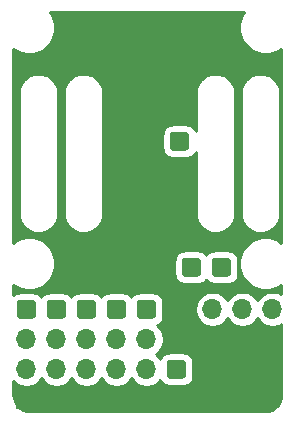
<source format=gbr>
%TF.GenerationSoftware,KiCad,Pcbnew,(5.1.9)-1*%
%TF.CreationDate,2022-05-31T00:02:38+01:00*%
%TF.ProjectId,board,626f6172-642e-46b6-9963-61645f706362,rev?*%
%TF.SameCoordinates,Original*%
%TF.FileFunction,Copper,L2,Bot*%
%TF.FilePolarity,Positive*%
%FSLAX46Y46*%
G04 Gerber Fmt 4.6, Leading zero omitted, Abs format (unit mm)*
G04 Created by KiCad (PCBNEW (5.1.9)-1) date 2022-05-31 00:02:38*
%MOMM*%
%LPD*%
G01*
G04 APERTURE LIST*
%TA.AperFunction,ComponentPad*%
%ADD10O,1.700000X1.700000*%
%TD*%
%TA.AperFunction,ComponentPad*%
%ADD11R,1.700000X1.700000*%
%TD*%
%TA.AperFunction,ViaPad*%
%ADD12C,0.800000*%
%TD*%
%TA.AperFunction,Conductor*%
%ADD13C,0.254000*%
%TD*%
%TA.AperFunction,Conductor*%
%ADD14C,0.100000*%
%TD*%
G04 APERTURE END LIST*
%TO.P,J6,1*%
%TO.N,GND*%
%TA.AperFunction,ComponentPad*%
G36*
G01*
X114516000Y-115104000D02*
X114516000Y-114004000D01*
G75*
G02*
X114766000Y-113754000I250000J0D01*
G01*
X115866000Y-113754000D01*
G75*
G02*
X116116000Y-114004000I0J-250000D01*
G01*
X116116000Y-115104000D01*
G75*
G02*
X115866000Y-115354000I-250000J0D01*
G01*
X114766000Y-115354000D01*
G75*
G02*
X114516000Y-115104000I0J250000D01*
G01*
G37*
%TD.AperFunction*%
%TD*%
%TO.P,J10,1*%
%TO.N,+BATT*%
%TA.AperFunction,ComponentPad*%
G36*
G01*
X114516000Y-112564000D02*
X114516000Y-111464000D01*
G75*
G02*
X114766000Y-111214000I250000J0D01*
G01*
X115866000Y-111214000D01*
G75*
G02*
X116116000Y-111464000I0J-250000D01*
G01*
X116116000Y-112564000D01*
G75*
G02*
X115866000Y-112814000I-250000J0D01*
G01*
X114766000Y-112814000D01*
G75*
G02*
X114516000Y-112564000I0J250000D01*
G01*
G37*
%TD.AperFunction*%
%TD*%
%TO.P,J12,1*%
%TO.N,N/C*%
%TA.AperFunction,ComponentPad*%
G36*
G01*
X115532000Y-123232400D02*
X115532000Y-122131600D01*
G75*
G02*
X115781600Y-121882000I249600J0D01*
G01*
X116882400Y-121882000D01*
G75*
G02*
X117132000Y-122131600I0J-249600D01*
G01*
X117132000Y-123232400D01*
G75*
G02*
X116882400Y-123482000I-249600J0D01*
G01*
X115781600Y-123482000D01*
G75*
G02*
X115532000Y-123232400I0J249600D01*
G01*
G37*
%TD.AperFunction*%
%TD*%
%TO.P,J12,1*%
%TO.N,N/C*%
%TA.AperFunction,ComponentPad*%
G36*
G01*
X118072000Y-123232400D02*
X118072000Y-122131600D01*
G75*
G02*
X118321600Y-121882000I249600J0D01*
G01*
X119422400Y-121882000D01*
G75*
G02*
X119672000Y-122131600I0J-249600D01*
G01*
X119672000Y-123232400D01*
G75*
G02*
X119422400Y-123482000I-249600J0D01*
G01*
X118321600Y-123482000D01*
G75*
G02*
X118072000Y-123232400I0J249600D01*
G01*
G37*
%TD.AperFunction*%
%TD*%
D10*
%TO.P,REF\u002A\u002A,4*%
%TO.N,N/C*%
X123190000Y-126238000D03*
%TO.P,REF\u002A\u002A,3*%
X120650000Y-126238000D03*
%TO.P,REF\u002A\u002A,2*%
%TO.N,+BATT*%
X118110000Y-126238000D03*
D11*
%TO.P,REF\u002A\u002A,1*%
%TO.N,GND*%
X115570000Y-126238000D03*
%TD*%
%TO.P,J13,1*%
%TO.N,Net-(J1-Pad6)*%
%TA.AperFunction,ComponentPad*%
G36*
G01*
X103162000Y-125688000D02*
X103162000Y-126788000D01*
G75*
G02*
X102912000Y-127038000I-250000J0D01*
G01*
X101812000Y-127038000D01*
G75*
G02*
X101562000Y-126788000I0J250000D01*
G01*
X101562000Y-125688000D01*
G75*
G02*
X101812000Y-125438000I250000J0D01*
G01*
X102912000Y-125438000D01*
G75*
G02*
X103162000Y-125688000I0J-250000D01*
G01*
G37*
%TD.AperFunction*%
%TD*%
%TO.P,J12,1*%
%TO.N,Net-(J11-Pad3)*%
%TA.AperFunction,ComponentPad*%
G36*
G01*
X111722000Y-126788000D02*
X111722000Y-125688000D01*
G75*
G02*
X111972000Y-125438000I250000J0D01*
G01*
X113072000Y-125438000D01*
G75*
G02*
X113322000Y-125688000I0J-250000D01*
G01*
X113322000Y-126788000D01*
G75*
G02*
X113072000Y-127038000I-250000J0D01*
G01*
X111972000Y-127038000D01*
G75*
G02*
X111722000Y-126788000I0J250000D01*
G01*
G37*
%TD.AperFunction*%
%TD*%
D10*
%TO.P,J11,3*%
%TO.N,Net-(J11-Pad3)*%
X112522000Y-128778000D03*
%TO.P,J11,2*%
%TO.N,+BATT*%
X112522000Y-131318000D03*
D11*
%TO.P,J11,1*%
%TO.N,GND*%
X112522000Y-133858000D03*
%TD*%
%TO.P,J10,1*%
%TO.N,+BATT*%
%TA.AperFunction,ComponentPad*%
G36*
G01*
X114262000Y-131868000D02*
X114262000Y-130768000D01*
G75*
G02*
X114512000Y-130518000I250000J0D01*
G01*
X115612000Y-130518000D01*
G75*
G02*
X115862000Y-130768000I0J-250000D01*
G01*
X115862000Y-131868000D01*
G75*
G02*
X115612000Y-132118000I-250000J0D01*
G01*
X114512000Y-132118000D01*
G75*
G02*
X114262000Y-131868000I0J250000D01*
G01*
G37*
%TD.AperFunction*%
%TD*%
%TO.P,J9,1*%
%TO.N,Net-(J1-Pad3)*%
%TA.AperFunction,ComponentPad*%
G36*
G01*
X109182000Y-126788000D02*
X109182000Y-125688000D01*
G75*
G02*
X109432000Y-125438000I250000J0D01*
G01*
X110532000Y-125438000D01*
G75*
G02*
X110782000Y-125688000I0J-250000D01*
G01*
X110782000Y-126788000D01*
G75*
G02*
X110532000Y-127038000I-250000J0D01*
G01*
X109432000Y-127038000D01*
G75*
G02*
X109182000Y-126788000I0J250000D01*
G01*
G37*
%TD.AperFunction*%
%TD*%
%TO.P,J8,1*%
%TO.N,Net-(J1-Pad4)*%
%TA.AperFunction,ComponentPad*%
G36*
G01*
X106642000Y-126788000D02*
X106642000Y-125688000D01*
G75*
G02*
X106892000Y-125438000I250000J0D01*
G01*
X107992000Y-125438000D01*
G75*
G02*
X108242000Y-125688000I0J-250000D01*
G01*
X108242000Y-126788000D01*
G75*
G02*
X107992000Y-127038000I-250000J0D01*
G01*
X106892000Y-127038000D01*
G75*
G02*
X106642000Y-126788000I0J250000D01*
G01*
G37*
%TD.AperFunction*%
%TD*%
%TO.P,J7,1*%
%TO.N,Net-(J1-Pad5)*%
%TA.AperFunction,ComponentPad*%
G36*
G01*
X104102000Y-126788000D02*
X104102000Y-125688000D01*
G75*
G02*
X104352000Y-125438000I250000J0D01*
G01*
X105452000Y-125438000D01*
G75*
G02*
X105702000Y-125688000I0J-250000D01*
G01*
X105702000Y-126788000D01*
G75*
G02*
X105452000Y-127038000I-250000J0D01*
G01*
X104352000Y-127038000D01*
G75*
G02*
X104102000Y-126788000I0J250000D01*
G01*
G37*
%TD.AperFunction*%
%TD*%
%TO.P,J6,1*%
%TO.N,GND*%
%TA.AperFunction,ComponentPad*%
G36*
G01*
X114262000Y-134408000D02*
X114262000Y-133308000D01*
G75*
G02*
X114512000Y-133058000I250000J0D01*
G01*
X115612000Y-133058000D01*
G75*
G02*
X115862000Y-133308000I0J-250000D01*
G01*
X115862000Y-134408000D01*
G75*
G02*
X115612000Y-134658000I-250000J0D01*
G01*
X114512000Y-134658000D01*
G75*
G02*
X114262000Y-134408000I0J250000D01*
G01*
G37*
%TD.AperFunction*%
%TD*%
D10*
%TO.P,J5,3*%
%TO.N,Net-(J1-Pad3)*%
X109982000Y-128778000D03*
%TO.P,J5,2*%
%TO.N,+BATT*%
X109982000Y-131318000D03*
D11*
%TO.P,J5,1*%
%TO.N,GND*%
X109982000Y-133858000D03*
%TD*%
D10*
%TO.P,J4,3*%
%TO.N,Net-(J1-Pad4)*%
X107442000Y-128778000D03*
%TO.P,J4,2*%
%TO.N,+BATT*%
X107442000Y-131318000D03*
D11*
%TO.P,J4,1*%
%TO.N,GND*%
X107442000Y-133858000D03*
%TD*%
D10*
%TO.P,J3,3*%
%TO.N,Net-(J1-Pad5)*%
X104902000Y-128778000D03*
%TO.P,J3,2*%
%TO.N,+BATT*%
X104902000Y-131318000D03*
D11*
%TO.P,J3,1*%
%TO.N,GND*%
X104902000Y-133858000D03*
%TD*%
D10*
%TO.P,J2,3*%
%TO.N,Net-(J1-Pad6)*%
X102362000Y-128778000D03*
%TO.P,J2,2*%
%TO.N,+BATT*%
X102362000Y-131318000D03*
D11*
%TO.P,J2,1*%
%TO.N,GND*%
X102362000Y-133858000D03*
%TD*%
D12*
%TO.N,GND*%
X116586000Y-105918000D03*
%TD*%
D13*
%TO.N,GND*%
X120622458Y-101321120D02*
X120454582Y-101726408D01*
X120369000Y-102156660D01*
X120369000Y-102595340D01*
X120454582Y-103025592D01*
X120622458Y-103430880D01*
X120866176Y-103795630D01*
X121176370Y-104105824D01*
X121541120Y-104349542D01*
X121946408Y-104517418D01*
X122376660Y-104603000D01*
X122815340Y-104603000D01*
X123245592Y-104517418D01*
X123650880Y-104349542D01*
X123937145Y-104158266D01*
X123947708Y-120600792D01*
X123650880Y-120402458D01*
X123245592Y-120234582D01*
X122815340Y-120149000D01*
X122376660Y-120149000D01*
X121946408Y-120234582D01*
X121541120Y-120402458D01*
X121176370Y-120646176D01*
X120866176Y-120956370D01*
X120622458Y-121321120D01*
X120454582Y-121726408D01*
X120369000Y-122156660D01*
X120369000Y-122595340D01*
X120454582Y-123025592D01*
X120622458Y-123430880D01*
X120866176Y-123795630D01*
X121176370Y-124105824D01*
X121541120Y-124349542D01*
X121946408Y-124517418D01*
X122376660Y-124603000D01*
X122815340Y-124603000D01*
X123245592Y-124517418D01*
X123650880Y-124349542D01*
X123949988Y-124149685D01*
X123950508Y-124960161D01*
X123893411Y-124922010D01*
X123623158Y-124810068D01*
X123336260Y-124753000D01*
X123043740Y-124753000D01*
X122756842Y-124810068D01*
X122486589Y-124922010D01*
X122243368Y-125084525D01*
X122036525Y-125291368D01*
X121920000Y-125465760D01*
X121803475Y-125291368D01*
X121596632Y-125084525D01*
X121353411Y-124922010D01*
X121083158Y-124810068D01*
X120796260Y-124753000D01*
X120503740Y-124753000D01*
X120216842Y-124810068D01*
X119946589Y-124922010D01*
X119703368Y-125084525D01*
X119496525Y-125291368D01*
X119380000Y-125465760D01*
X119263475Y-125291368D01*
X119056632Y-125084525D01*
X118813411Y-124922010D01*
X118543158Y-124810068D01*
X118256260Y-124753000D01*
X117963740Y-124753000D01*
X117676842Y-124810068D01*
X117406589Y-124922010D01*
X117163368Y-125084525D01*
X116956525Y-125291368D01*
X116794010Y-125534589D01*
X116682068Y-125804842D01*
X116625000Y-126091740D01*
X116625000Y-126384260D01*
X116682068Y-126671158D01*
X116794010Y-126941411D01*
X116956525Y-127184632D01*
X117163368Y-127391475D01*
X117406589Y-127553990D01*
X117676842Y-127665932D01*
X117963740Y-127723000D01*
X118256260Y-127723000D01*
X118543158Y-127665932D01*
X118813411Y-127553990D01*
X119056632Y-127391475D01*
X119263475Y-127184632D01*
X119380000Y-127010240D01*
X119496525Y-127184632D01*
X119703368Y-127391475D01*
X119946589Y-127553990D01*
X120216842Y-127665932D01*
X120503740Y-127723000D01*
X120796260Y-127723000D01*
X121083158Y-127665932D01*
X121353411Y-127553990D01*
X121596632Y-127391475D01*
X121803475Y-127184632D01*
X121920000Y-127010240D01*
X122036525Y-127184632D01*
X122243368Y-127391475D01*
X122486589Y-127553990D01*
X122756842Y-127665932D01*
X123043740Y-127723000D01*
X123336260Y-127723000D01*
X123623158Y-127665932D01*
X123893411Y-127553990D01*
X123952149Y-127514742D01*
X123955979Y-133476932D01*
X123927375Y-133768660D01*
X123851965Y-134018429D01*
X123729477Y-134248794D01*
X123564579Y-134450979D01*
X123363546Y-134617288D01*
X123134046Y-134741378D01*
X122884805Y-134818531D01*
X122594911Y-134849000D01*
X102628279Y-134849000D01*
X102336340Y-134820375D01*
X102086571Y-134744965D01*
X101856206Y-134622477D01*
X101654021Y-134457579D01*
X101487712Y-134256546D01*
X101363622Y-134027046D01*
X101286469Y-133777805D01*
X101256000Y-133487911D01*
X101256000Y-132312107D01*
X101415368Y-132471475D01*
X101658589Y-132633990D01*
X101928842Y-132745932D01*
X102215740Y-132803000D01*
X102508260Y-132803000D01*
X102795158Y-132745932D01*
X103065411Y-132633990D01*
X103308632Y-132471475D01*
X103515475Y-132264632D01*
X103632000Y-132090240D01*
X103748525Y-132264632D01*
X103955368Y-132471475D01*
X104198589Y-132633990D01*
X104468842Y-132745932D01*
X104755740Y-132803000D01*
X105048260Y-132803000D01*
X105335158Y-132745932D01*
X105605411Y-132633990D01*
X105848632Y-132471475D01*
X106055475Y-132264632D01*
X106172000Y-132090240D01*
X106288525Y-132264632D01*
X106495368Y-132471475D01*
X106738589Y-132633990D01*
X107008842Y-132745932D01*
X107295740Y-132803000D01*
X107588260Y-132803000D01*
X107875158Y-132745932D01*
X108145411Y-132633990D01*
X108388632Y-132471475D01*
X108595475Y-132264632D01*
X108712000Y-132090240D01*
X108828525Y-132264632D01*
X109035368Y-132471475D01*
X109278589Y-132633990D01*
X109548842Y-132745932D01*
X109835740Y-132803000D01*
X110128260Y-132803000D01*
X110415158Y-132745932D01*
X110685411Y-132633990D01*
X110928632Y-132471475D01*
X111135475Y-132264632D01*
X111252000Y-132090240D01*
X111368525Y-132264632D01*
X111575368Y-132471475D01*
X111818589Y-132633990D01*
X112088842Y-132745932D01*
X112375740Y-132803000D01*
X112668260Y-132803000D01*
X112955158Y-132745932D01*
X113225411Y-132633990D01*
X113468632Y-132471475D01*
X113675475Y-132264632D01*
X113701255Y-132226049D01*
X113773595Y-132361386D01*
X113884038Y-132495962D01*
X114018614Y-132606405D01*
X114172150Y-132688472D01*
X114338746Y-132739008D01*
X114512000Y-132756072D01*
X115612000Y-132756072D01*
X115785254Y-132739008D01*
X115951850Y-132688472D01*
X116105386Y-132606405D01*
X116239962Y-132495962D01*
X116350405Y-132361386D01*
X116432472Y-132207850D01*
X116483008Y-132041254D01*
X116500072Y-131868000D01*
X116500072Y-130768000D01*
X116483008Y-130594746D01*
X116432472Y-130428150D01*
X116350405Y-130274614D01*
X116239962Y-130140038D01*
X116105386Y-130029595D01*
X115951850Y-129947528D01*
X115785254Y-129896992D01*
X115612000Y-129879928D01*
X114512000Y-129879928D01*
X114338746Y-129896992D01*
X114172150Y-129947528D01*
X114018614Y-130029595D01*
X113884038Y-130140038D01*
X113773595Y-130274614D01*
X113701255Y-130409951D01*
X113675475Y-130371368D01*
X113468632Y-130164525D01*
X113294240Y-130048000D01*
X113468632Y-129931475D01*
X113675475Y-129724632D01*
X113837990Y-129481411D01*
X113949932Y-129211158D01*
X114007000Y-128924260D01*
X114007000Y-128631740D01*
X113949932Y-128344842D01*
X113837990Y-128074589D01*
X113675475Y-127831368D01*
X113468632Y-127624525D01*
X113430049Y-127598745D01*
X113565386Y-127526405D01*
X113699962Y-127415962D01*
X113810405Y-127281386D01*
X113892472Y-127127850D01*
X113943008Y-126961254D01*
X113960072Y-126788000D01*
X113960072Y-125688000D01*
X113943008Y-125514746D01*
X113892472Y-125348150D01*
X113810405Y-125194614D01*
X113699962Y-125060038D01*
X113565386Y-124949595D01*
X113411850Y-124867528D01*
X113245254Y-124816992D01*
X113072000Y-124799928D01*
X111972000Y-124799928D01*
X111798746Y-124816992D01*
X111632150Y-124867528D01*
X111478614Y-124949595D01*
X111344038Y-125060038D01*
X111252000Y-125172187D01*
X111159962Y-125060038D01*
X111025386Y-124949595D01*
X110871850Y-124867528D01*
X110705254Y-124816992D01*
X110532000Y-124799928D01*
X109432000Y-124799928D01*
X109258746Y-124816992D01*
X109092150Y-124867528D01*
X108938614Y-124949595D01*
X108804038Y-125060038D01*
X108712000Y-125172187D01*
X108619962Y-125060038D01*
X108485386Y-124949595D01*
X108331850Y-124867528D01*
X108165254Y-124816992D01*
X107992000Y-124799928D01*
X106892000Y-124799928D01*
X106718746Y-124816992D01*
X106552150Y-124867528D01*
X106398614Y-124949595D01*
X106264038Y-125060038D01*
X106172000Y-125172187D01*
X106079962Y-125060038D01*
X105945386Y-124949595D01*
X105791850Y-124867528D01*
X105625254Y-124816992D01*
X105452000Y-124799928D01*
X104352000Y-124799928D01*
X104178746Y-124816992D01*
X104012150Y-124867528D01*
X103858614Y-124949595D01*
X103724038Y-125060038D01*
X103632000Y-125172187D01*
X103539962Y-125060038D01*
X103405386Y-124949595D01*
X103251850Y-124867528D01*
X103085254Y-124816992D01*
X102912000Y-124799928D01*
X101812000Y-124799928D01*
X101638746Y-124816992D01*
X101472150Y-124867528D01*
X101318614Y-124949595D01*
X101256000Y-125000981D01*
X101256000Y-124159031D01*
X101541120Y-124349542D01*
X101946408Y-124517418D01*
X102376660Y-124603000D01*
X102815340Y-124603000D01*
X103245592Y-124517418D01*
X103650880Y-124349542D01*
X104015630Y-124105824D01*
X104325824Y-123795630D01*
X104569542Y-123430880D01*
X104737418Y-123025592D01*
X104823000Y-122595340D01*
X104823000Y-122156660D01*
X104818016Y-122131600D01*
X114893928Y-122131600D01*
X114893928Y-123232400D01*
X114910984Y-123405576D01*
X114961498Y-123572097D01*
X115043528Y-123725564D01*
X115153921Y-123860079D01*
X115288436Y-123970472D01*
X115441903Y-124052502D01*
X115608424Y-124103016D01*
X115781600Y-124120072D01*
X116882400Y-124120072D01*
X117055576Y-124103016D01*
X117222097Y-124052502D01*
X117375564Y-123970472D01*
X117510079Y-123860079D01*
X117602000Y-123748072D01*
X117693921Y-123860079D01*
X117828436Y-123970472D01*
X117981903Y-124052502D01*
X118148424Y-124103016D01*
X118321600Y-124120072D01*
X119422400Y-124120072D01*
X119595576Y-124103016D01*
X119762097Y-124052502D01*
X119915564Y-123970472D01*
X120050079Y-123860079D01*
X120160472Y-123725564D01*
X120242502Y-123572097D01*
X120293016Y-123405576D01*
X120310072Y-123232400D01*
X120310072Y-122131600D01*
X120293016Y-121958424D01*
X120242502Y-121791903D01*
X120160472Y-121638436D01*
X120050079Y-121503921D01*
X119915564Y-121393528D01*
X119762097Y-121311498D01*
X119595576Y-121260984D01*
X119422400Y-121243928D01*
X118321600Y-121243928D01*
X118148424Y-121260984D01*
X117981903Y-121311498D01*
X117828436Y-121393528D01*
X117693921Y-121503921D01*
X117602000Y-121615928D01*
X117510079Y-121503921D01*
X117375564Y-121393528D01*
X117222097Y-121311498D01*
X117055576Y-121260984D01*
X116882400Y-121243928D01*
X115781600Y-121243928D01*
X115608424Y-121260984D01*
X115441903Y-121311498D01*
X115288436Y-121393528D01*
X115153921Y-121503921D01*
X115043528Y-121638436D01*
X114961498Y-121791903D01*
X114910984Y-121958424D01*
X114893928Y-122131600D01*
X104818016Y-122131600D01*
X104737418Y-121726408D01*
X104569542Y-121321120D01*
X104325824Y-120956370D01*
X104015630Y-120646176D01*
X103650880Y-120402458D01*
X103245592Y-120234582D01*
X102815340Y-120149000D01*
X102376660Y-120149000D01*
X101946408Y-120234582D01*
X101541120Y-120402458D01*
X101256000Y-120592969D01*
X101256000Y-107917582D01*
X101702000Y-107917582D01*
X101702001Y-118142419D01*
X101705249Y-118175397D01*
X101705249Y-118188591D01*
X101706212Y-118197756D01*
X101728315Y-118394808D01*
X101740747Y-118453295D01*
X101752370Y-118511997D01*
X101755096Y-118520800D01*
X101815052Y-118709808D01*
X101838612Y-118764778D01*
X101861414Y-118820099D01*
X101865797Y-118828205D01*
X101961324Y-119001966D01*
X101995130Y-119051338D01*
X102028221Y-119101144D01*
X102034095Y-119108245D01*
X102161552Y-119260142D01*
X102204263Y-119301968D01*
X102246441Y-119344442D01*
X102253583Y-119350266D01*
X102408116Y-119474515D01*
X102458170Y-119507269D01*
X102507765Y-119540722D01*
X102515901Y-119545048D01*
X102691625Y-119636914D01*
X102747078Y-119659318D01*
X102802233Y-119682503D01*
X102811055Y-119685166D01*
X103001276Y-119741151D01*
X103060010Y-119752355D01*
X103118633Y-119764389D01*
X103127805Y-119765288D01*
X103325277Y-119783259D01*
X103385094Y-119782841D01*
X103444911Y-119783259D01*
X103454083Y-119782359D01*
X103651284Y-119761632D01*
X103709834Y-119749613D01*
X103768639Y-119738396D01*
X103777461Y-119735732D01*
X103966882Y-119677097D01*
X104022009Y-119653924D01*
X104077492Y-119631507D01*
X104085629Y-119627181D01*
X104260052Y-119532870D01*
X104309636Y-119499425D01*
X104359699Y-119466665D01*
X104366840Y-119460841D01*
X104519624Y-119334446D01*
X104561744Y-119292031D01*
X104604513Y-119250149D01*
X104610387Y-119243048D01*
X104735711Y-119089386D01*
X104768803Y-119039577D01*
X104802610Y-118990205D01*
X104806993Y-118982098D01*
X104900084Y-118807020D01*
X104922875Y-118751725D01*
X104946446Y-118696730D01*
X104949171Y-118687926D01*
X105006482Y-118498100D01*
X105018098Y-118439434D01*
X105030537Y-118380913D01*
X105031500Y-118371748D01*
X105050850Y-118174407D01*
X105050850Y-118174402D01*
X105054000Y-118142419D01*
X105054000Y-107917582D01*
X105512000Y-107917582D01*
X105512001Y-118142419D01*
X105515249Y-118175397D01*
X105515249Y-118188591D01*
X105516212Y-118197756D01*
X105538315Y-118394808D01*
X105550747Y-118453295D01*
X105562370Y-118511997D01*
X105565096Y-118520800D01*
X105625052Y-118709808D01*
X105648612Y-118764778D01*
X105671414Y-118820099D01*
X105675797Y-118828205D01*
X105771324Y-119001966D01*
X105805130Y-119051338D01*
X105838221Y-119101144D01*
X105844095Y-119108245D01*
X105971552Y-119260142D01*
X106014263Y-119301968D01*
X106056441Y-119344442D01*
X106063583Y-119350266D01*
X106218116Y-119474515D01*
X106268170Y-119507269D01*
X106317765Y-119540722D01*
X106325901Y-119545048D01*
X106501625Y-119636914D01*
X106557078Y-119659318D01*
X106612233Y-119682503D01*
X106621055Y-119685166D01*
X106811276Y-119741151D01*
X106870010Y-119752355D01*
X106928633Y-119764389D01*
X106937805Y-119765288D01*
X107135277Y-119783259D01*
X107195094Y-119782841D01*
X107254911Y-119783259D01*
X107264083Y-119782359D01*
X107461284Y-119761632D01*
X107519834Y-119749613D01*
X107578639Y-119738396D01*
X107587461Y-119735732D01*
X107776882Y-119677097D01*
X107832009Y-119653924D01*
X107887492Y-119631507D01*
X107895629Y-119627181D01*
X108070052Y-119532870D01*
X108119636Y-119499425D01*
X108169699Y-119466665D01*
X108176840Y-119460841D01*
X108329624Y-119334446D01*
X108371744Y-119292031D01*
X108414513Y-119250149D01*
X108420387Y-119243048D01*
X108545711Y-119089386D01*
X108578803Y-119039577D01*
X108612610Y-118990205D01*
X108616993Y-118982098D01*
X108710084Y-118807020D01*
X108732875Y-118751725D01*
X108756446Y-118696730D01*
X108759171Y-118687926D01*
X108816482Y-118498100D01*
X108828098Y-118439434D01*
X108840537Y-118380913D01*
X108841500Y-118371748D01*
X108860850Y-118174407D01*
X108860850Y-118174402D01*
X108864000Y-118142419D01*
X108864000Y-111464000D01*
X113877928Y-111464000D01*
X113877928Y-112564000D01*
X113894992Y-112737254D01*
X113945528Y-112903850D01*
X114027595Y-113057386D01*
X114138038Y-113191962D01*
X114272614Y-113302405D01*
X114426150Y-113384472D01*
X114592746Y-113435008D01*
X114766000Y-113452072D01*
X115866000Y-113452072D01*
X116039254Y-113435008D01*
X116205850Y-113384472D01*
X116359386Y-113302405D01*
X116493962Y-113191962D01*
X116604405Y-113057386D01*
X116686472Y-112903850D01*
X116688000Y-112898811D01*
X116688001Y-118142419D01*
X116691249Y-118175397D01*
X116691249Y-118188591D01*
X116692212Y-118197756D01*
X116714315Y-118394808D01*
X116726747Y-118453295D01*
X116738370Y-118511997D01*
X116741096Y-118520800D01*
X116801052Y-118709808D01*
X116824612Y-118764778D01*
X116847414Y-118820099D01*
X116851797Y-118828205D01*
X116947324Y-119001966D01*
X116981130Y-119051338D01*
X117014221Y-119101144D01*
X117020095Y-119108245D01*
X117147552Y-119260142D01*
X117190263Y-119301968D01*
X117232441Y-119344442D01*
X117239583Y-119350266D01*
X117394116Y-119474515D01*
X117444170Y-119507269D01*
X117493765Y-119540722D01*
X117501901Y-119545048D01*
X117677625Y-119636914D01*
X117733078Y-119659318D01*
X117788233Y-119682503D01*
X117797055Y-119685166D01*
X117987276Y-119741151D01*
X118046010Y-119752355D01*
X118104633Y-119764389D01*
X118113805Y-119765288D01*
X118311277Y-119783259D01*
X118371094Y-119782841D01*
X118430911Y-119783259D01*
X118440083Y-119782359D01*
X118637284Y-119761632D01*
X118695834Y-119749613D01*
X118754639Y-119738396D01*
X118763461Y-119735732D01*
X118952882Y-119677097D01*
X119008009Y-119653924D01*
X119063492Y-119631507D01*
X119071629Y-119627181D01*
X119246052Y-119532870D01*
X119295636Y-119499425D01*
X119345699Y-119466665D01*
X119352840Y-119460841D01*
X119505624Y-119334446D01*
X119547744Y-119292031D01*
X119590513Y-119250149D01*
X119596387Y-119243048D01*
X119721711Y-119089386D01*
X119754803Y-119039577D01*
X119788610Y-118990205D01*
X119792993Y-118982098D01*
X119886084Y-118807020D01*
X119908875Y-118751725D01*
X119932446Y-118696730D01*
X119935171Y-118687926D01*
X119992482Y-118498100D01*
X120004098Y-118439434D01*
X120016537Y-118380913D01*
X120017500Y-118371748D01*
X120036850Y-118174407D01*
X120036850Y-118174402D01*
X120040000Y-118142419D01*
X120040000Y-107917582D01*
X120498000Y-107917582D01*
X120498001Y-118142419D01*
X120501249Y-118175397D01*
X120501249Y-118188591D01*
X120502212Y-118197756D01*
X120524315Y-118394808D01*
X120536747Y-118453295D01*
X120548370Y-118511997D01*
X120551096Y-118520800D01*
X120611052Y-118709808D01*
X120634612Y-118764778D01*
X120657414Y-118820099D01*
X120661797Y-118828205D01*
X120757324Y-119001966D01*
X120791130Y-119051338D01*
X120824221Y-119101144D01*
X120830095Y-119108245D01*
X120957552Y-119260142D01*
X121000263Y-119301968D01*
X121042441Y-119344442D01*
X121049583Y-119350266D01*
X121204116Y-119474515D01*
X121254170Y-119507269D01*
X121303765Y-119540722D01*
X121311901Y-119545048D01*
X121487625Y-119636914D01*
X121543078Y-119659318D01*
X121598233Y-119682503D01*
X121607055Y-119685166D01*
X121797276Y-119741151D01*
X121856010Y-119752355D01*
X121914633Y-119764389D01*
X121923805Y-119765288D01*
X122121277Y-119783259D01*
X122181094Y-119782841D01*
X122240911Y-119783259D01*
X122250083Y-119782359D01*
X122447284Y-119761632D01*
X122505834Y-119749613D01*
X122564639Y-119738396D01*
X122573461Y-119735732D01*
X122762882Y-119677097D01*
X122818009Y-119653924D01*
X122873492Y-119631507D01*
X122881629Y-119627181D01*
X123056052Y-119532870D01*
X123105636Y-119499425D01*
X123155699Y-119466665D01*
X123162840Y-119460841D01*
X123315624Y-119334446D01*
X123357744Y-119292031D01*
X123400513Y-119250149D01*
X123406387Y-119243048D01*
X123531711Y-119089386D01*
X123564803Y-119039577D01*
X123598610Y-118990205D01*
X123602993Y-118982098D01*
X123696084Y-118807020D01*
X123718875Y-118751725D01*
X123742446Y-118696730D01*
X123745171Y-118687926D01*
X123802482Y-118498100D01*
X123814098Y-118439434D01*
X123826537Y-118380913D01*
X123827500Y-118371748D01*
X123846850Y-118174407D01*
X123846850Y-118174402D01*
X123850000Y-118142419D01*
X123850000Y-107917581D01*
X123846751Y-107884593D01*
X123846751Y-107871409D01*
X123845788Y-107862244D01*
X123823685Y-107665192D01*
X123811251Y-107606699D01*
X123799630Y-107548003D01*
X123796904Y-107539200D01*
X123736948Y-107350193D01*
X123713400Y-107295249D01*
X123690586Y-107239900D01*
X123686203Y-107231794D01*
X123590676Y-107058034D01*
X123556892Y-107008695D01*
X123523779Y-106958855D01*
X123517905Y-106951755D01*
X123390448Y-106799857D01*
X123347718Y-106758013D01*
X123305559Y-106715558D01*
X123298417Y-106709734D01*
X123143883Y-106585485D01*
X123093847Y-106552742D01*
X123044235Y-106519278D01*
X123036098Y-106514952D01*
X122860375Y-106423086D01*
X122804936Y-106400688D01*
X122749768Y-106377497D01*
X122740946Y-106374834D01*
X122550724Y-106318849D01*
X122492016Y-106307650D01*
X122433367Y-106295611D01*
X122424195Y-106294712D01*
X122226723Y-106276741D01*
X122166906Y-106277159D01*
X122107088Y-106276741D01*
X122097917Y-106277641D01*
X121900715Y-106298368D01*
X121842151Y-106310390D01*
X121783362Y-106321604D01*
X121774540Y-106324268D01*
X121585118Y-106382903D01*
X121530005Y-106406071D01*
X121474507Y-106428493D01*
X121466371Y-106432820D01*
X121291947Y-106527130D01*
X121242331Y-106560597D01*
X121192301Y-106593335D01*
X121185160Y-106599159D01*
X121032376Y-106725553D01*
X120990237Y-106767988D01*
X120947487Y-106809851D01*
X120941613Y-106816952D01*
X120816289Y-106970614D01*
X120783174Y-107020456D01*
X120749390Y-107069796D01*
X120745007Y-107077902D01*
X120651916Y-107252980D01*
X120629125Y-107308275D01*
X120605554Y-107363270D01*
X120602829Y-107372073D01*
X120545518Y-107561900D01*
X120533900Y-107620580D01*
X120521463Y-107679087D01*
X120520500Y-107688252D01*
X120501150Y-107885594D01*
X120501150Y-107885599D01*
X120498000Y-107917582D01*
X120040000Y-107917582D01*
X120040000Y-107917581D01*
X120036751Y-107884593D01*
X120036751Y-107871409D01*
X120035788Y-107862244D01*
X120013685Y-107665192D01*
X120001251Y-107606699D01*
X119989630Y-107548003D01*
X119986904Y-107539200D01*
X119926948Y-107350193D01*
X119903400Y-107295249D01*
X119880586Y-107239900D01*
X119876203Y-107231794D01*
X119780676Y-107058034D01*
X119746892Y-107008695D01*
X119713779Y-106958855D01*
X119707905Y-106951755D01*
X119580448Y-106799857D01*
X119537718Y-106758013D01*
X119495559Y-106715558D01*
X119488417Y-106709734D01*
X119333883Y-106585485D01*
X119283847Y-106552742D01*
X119234235Y-106519278D01*
X119226098Y-106514952D01*
X119050375Y-106423086D01*
X118994936Y-106400688D01*
X118939768Y-106377497D01*
X118930946Y-106374834D01*
X118740724Y-106318849D01*
X118682016Y-106307650D01*
X118623367Y-106295611D01*
X118614195Y-106294712D01*
X118416723Y-106276741D01*
X118356906Y-106277159D01*
X118297088Y-106276741D01*
X118287917Y-106277641D01*
X118090715Y-106298368D01*
X118032151Y-106310390D01*
X117973362Y-106321604D01*
X117964540Y-106324268D01*
X117775118Y-106382903D01*
X117720005Y-106406071D01*
X117664507Y-106428493D01*
X117656371Y-106432820D01*
X117481947Y-106527130D01*
X117432331Y-106560597D01*
X117382301Y-106593335D01*
X117375160Y-106599159D01*
X117222376Y-106725553D01*
X117180237Y-106767988D01*
X117137487Y-106809851D01*
X117131613Y-106816952D01*
X117006289Y-106970614D01*
X116973174Y-107020456D01*
X116939390Y-107069796D01*
X116935007Y-107077902D01*
X116841916Y-107252980D01*
X116819125Y-107308275D01*
X116795554Y-107363270D01*
X116792829Y-107372073D01*
X116735518Y-107561900D01*
X116723900Y-107620580D01*
X116711463Y-107679087D01*
X116710500Y-107688252D01*
X116691150Y-107885594D01*
X116691150Y-107885599D01*
X116688000Y-107917582D01*
X116688000Y-111129188D01*
X116686472Y-111124150D01*
X116604405Y-110970614D01*
X116493962Y-110836038D01*
X116359386Y-110725595D01*
X116205850Y-110643528D01*
X116039254Y-110592992D01*
X115866000Y-110575928D01*
X114766000Y-110575928D01*
X114592746Y-110592992D01*
X114426150Y-110643528D01*
X114272614Y-110725595D01*
X114138038Y-110836038D01*
X114027595Y-110970614D01*
X113945528Y-111124150D01*
X113894992Y-111290746D01*
X113877928Y-111464000D01*
X108864000Y-111464000D01*
X108864000Y-107917581D01*
X108860751Y-107884593D01*
X108860751Y-107871409D01*
X108859788Y-107862244D01*
X108837685Y-107665192D01*
X108825251Y-107606699D01*
X108813630Y-107548003D01*
X108810904Y-107539200D01*
X108750948Y-107350193D01*
X108727400Y-107295249D01*
X108704586Y-107239900D01*
X108700203Y-107231794D01*
X108604676Y-107058034D01*
X108570892Y-107008695D01*
X108537779Y-106958855D01*
X108531905Y-106951755D01*
X108404448Y-106799857D01*
X108361718Y-106758013D01*
X108319559Y-106715558D01*
X108312417Y-106709734D01*
X108157883Y-106585485D01*
X108107847Y-106552742D01*
X108058235Y-106519278D01*
X108050098Y-106514952D01*
X107874375Y-106423086D01*
X107818936Y-106400688D01*
X107763768Y-106377497D01*
X107754946Y-106374834D01*
X107564724Y-106318849D01*
X107506016Y-106307650D01*
X107447367Y-106295611D01*
X107438195Y-106294712D01*
X107240723Y-106276741D01*
X107180906Y-106277159D01*
X107121088Y-106276741D01*
X107111917Y-106277641D01*
X106914715Y-106298368D01*
X106856151Y-106310390D01*
X106797362Y-106321604D01*
X106788540Y-106324268D01*
X106599118Y-106382903D01*
X106544005Y-106406071D01*
X106488507Y-106428493D01*
X106480371Y-106432820D01*
X106305947Y-106527130D01*
X106256331Y-106560597D01*
X106206301Y-106593335D01*
X106199160Y-106599159D01*
X106046376Y-106725553D01*
X106004237Y-106767988D01*
X105961487Y-106809851D01*
X105955613Y-106816952D01*
X105830289Y-106970614D01*
X105797174Y-107020456D01*
X105763390Y-107069796D01*
X105759007Y-107077902D01*
X105665916Y-107252980D01*
X105643125Y-107308275D01*
X105619554Y-107363270D01*
X105616829Y-107372073D01*
X105559518Y-107561900D01*
X105547900Y-107620580D01*
X105535463Y-107679087D01*
X105534500Y-107688252D01*
X105515150Y-107885594D01*
X105515150Y-107885599D01*
X105512000Y-107917582D01*
X105054000Y-107917582D01*
X105054000Y-107917581D01*
X105050751Y-107884593D01*
X105050751Y-107871409D01*
X105049788Y-107862244D01*
X105027685Y-107665192D01*
X105015251Y-107606699D01*
X105003630Y-107548003D01*
X105000904Y-107539200D01*
X104940948Y-107350193D01*
X104917400Y-107295249D01*
X104894586Y-107239900D01*
X104890203Y-107231794D01*
X104794676Y-107058034D01*
X104760892Y-107008695D01*
X104727779Y-106958855D01*
X104721905Y-106951755D01*
X104594448Y-106799857D01*
X104551718Y-106758013D01*
X104509559Y-106715558D01*
X104502417Y-106709734D01*
X104347883Y-106585485D01*
X104297847Y-106552742D01*
X104248235Y-106519278D01*
X104240098Y-106514952D01*
X104064375Y-106423086D01*
X104008936Y-106400688D01*
X103953768Y-106377497D01*
X103944946Y-106374834D01*
X103754724Y-106318849D01*
X103696016Y-106307650D01*
X103637367Y-106295611D01*
X103628195Y-106294712D01*
X103430723Y-106276741D01*
X103370906Y-106277159D01*
X103311088Y-106276741D01*
X103301917Y-106277641D01*
X103104715Y-106298368D01*
X103046151Y-106310390D01*
X102987362Y-106321604D01*
X102978540Y-106324268D01*
X102789118Y-106382903D01*
X102734005Y-106406071D01*
X102678507Y-106428493D01*
X102670371Y-106432820D01*
X102495947Y-106527130D01*
X102446331Y-106560597D01*
X102396301Y-106593335D01*
X102389160Y-106599159D01*
X102236376Y-106725553D01*
X102194237Y-106767988D01*
X102151487Y-106809851D01*
X102145613Y-106816952D01*
X102020289Y-106970614D01*
X101987174Y-107020456D01*
X101953390Y-107069796D01*
X101949007Y-107077902D01*
X101855916Y-107252980D01*
X101833125Y-107308275D01*
X101809554Y-107363270D01*
X101806829Y-107372073D01*
X101749518Y-107561900D01*
X101737900Y-107620580D01*
X101725463Y-107679087D01*
X101724500Y-107688252D01*
X101705150Y-107885594D01*
X101705150Y-107885599D01*
X101702000Y-107917582D01*
X101256000Y-107917582D01*
X101256000Y-104159031D01*
X101541120Y-104349542D01*
X101946408Y-104517418D01*
X102376660Y-104603000D01*
X102815340Y-104603000D01*
X103245592Y-104517418D01*
X103650880Y-104349542D01*
X104015630Y-104105824D01*
X104325824Y-103795630D01*
X104569542Y-103430880D01*
X104737418Y-103025592D01*
X104823000Y-102595340D01*
X104823000Y-102156660D01*
X104737418Y-101726408D01*
X104569542Y-101321120D01*
X104379031Y-101036000D01*
X120812969Y-101036000D01*
X120622458Y-101321120D01*
%TA.AperFunction,Conductor*%
D14*
G36*
X120622458Y-101321120D02*
G01*
X120454582Y-101726408D01*
X120369000Y-102156660D01*
X120369000Y-102595340D01*
X120454582Y-103025592D01*
X120622458Y-103430880D01*
X120866176Y-103795630D01*
X121176370Y-104105824D01*
X121541120Y-104349542D01*
X121946408Y-104517418D01*
X122376660Y-104603000D01*
X122815340Y-104603000D01*
X123245592Y-104517418D01*
X123650880Y-104349542D01*
X123937145Y-104158266D01*
X123947708Y-120600792D01*
X123650880Y-120402458D01*
X123245592Y-120234582D01*
X122815340Y-120149000D01*
X122376660Y-120149000D01*
X121946408Y-120234582D01*
X121541120Y-120402458D01*
X121176370Y-120646176D01*
X120866176Y-120956370D01*
X120622458Y-121321120D01*
X120454582Y-121726408D01*
X120369000Y-122156660D01*
X120369000Y-122595340D01*
X120454582Y-123025592D01*
X120622458Y-123430880D01*
X120866176Y-123795630D01*
X121176370Y-124105824D01*
X121541120Y-124349542D01*
X121946408Y-124517418D01*
X122376660Y-124603000D01*
X122815340Y-124603000D01*
X123245592Y-124517418D01*
X123650880Y-124349542D01*
X123949988Y-124149685D01*
X123950508Y-124960161D01*
X123893411Y-124922010D01*
X123623158Y-124810068D01*
X123336260Y-124753000D01*
X123043740Y-124753000D01*
X122756842Y-124810068D01*
X122486589Y-124922010D01*
X122243368Y-125084525D01*
X122036525Y-125291368D01*
X121920000Y-125465760D01*
X121803475Y-125291368D01*
X121596632Y-125084525D01*
X121353411Y-124922010D01*
X121083158Y-124810068D01*
X120796260Y-124753000D01*
X120503740Y-124753000D01*
X120216842Y-124810068D01*
X119946589Y-124922010D01*
X119703368Y-125084525D01*
X119496525Y-125291368D01*
X119380000Y-125465760D01*
X119263475Y-125291368D01*
X119056632Y-125084525D01*
X118813411Y-124922010D01*
X118543158Y-124810068D01*
X118256260Y-124753000D01*
X117963740Y-124753000D01*
X117676842Y-124810068D01*
X117406589Y-124922010D01*
X117163368Y-125084525D01*
X116956525Y-125291368D01*
X116794010Y-125534589D01*
X116682068Y-125804842D01*
X116625000Y-126091740D01*
X116625000Y-126384260D01*
X116682068Y-126671158D01*
X116794010Y-126941411D01*
X116956525Y-127184632D01*
X117163368Y-127391475D01*
X117406589Y-127553990D01*
X117676842Y-127665932D01*
X117963740Y-127723000D01*
X118256260Y-127723000D01*
X118543158Y-127665932D01*
X118813411Y-127553990D01*
X119056632Y-127391475D01*
X119263475Y-127184632D01*
X119380000Y-127010240D01*
X119496525Y-127184632D01*
X119703368Y-127391475D01*
X119946589Y-127553990D01*
X120216842Y-127665932D01*
X120503740Y-127723000D01*
X120796260Y-127723000D01*
X121083158Y-127665932D01*
X121353411Y-127553990D01*
X121596632Y-127391475D01*
X121803475Y-127184632D01*
X121920000Y-127010240D01*
X122036525Y-127184632D01*
X122243368Y-127391475D01*
X122486589Y-127553990D01*
X122756842Y-127665932D01*
X123043740Y-127723000D01*
X123336260Y-127723000D01*
X123623158Y-127665932D01*
X123893411Y-127553990D01*
X123952149Y-127514742D01*
X123955979Y-133476932D01*
X123927375Y-133768660D01*
X123851965Y-134018429D01*
X123729477Y-134248794D01*
X123564579Y-134450979D01*
X123363546Y-134617288D01*
X123134046Y-134741378D01*
X122884805Y-134818531D01*
X122594911Y-134849000D01*
X102628279Y-134849000D01*
X102336340Y-134820375D01*
X102086571Y-134744965D01*
X101856206Y-134622477D01*
X101654021Y-134457579D01*
X101487712Y-134256546D01*
X101363622Y-134027046D01*
X101286469Y-133777805D01*
X101256000Y-133487911D01*
X101256000Y-132312107D01*
X101415368Y-132471475D01*
X101658589Y-132633990D01*
X101928842Y-132745932D01*
X102215740Y-132803000D01*
X102508260Y-132803000D01*
X102795158Y-132745932D01*
X103065411Y-132633990D01*
X103308632Y-132471475D01*
X103515475Y-132264632D01*
X103632000Y-132090240D01*
X103748525Y-132264632D01*
X103955368Y-132471475D01*
X104198589Y-132633990D01*
X104468842Y-132745932D01*
X104755740Y-132803000D01*
X105048260Y-132803000D01*
X105335158Y-132745932D01*
X105605411Y-132633990D01*
X105848632Y-132471475D01*
X106055475Y-132264632D01*
X106172000Y-132090240D01*
X106288525Y-132264632D01*
X106495368Y-132471475D01*
X106738589Y-132633990D01*
X107008842Y-132745932D01*
X107295740Y-132803000D01*
X107588260Y-132803000D01*
X107875158Y-132745932D01*
X108145411Y-132633990D01*
X108388632Y-132471475D01*
X108595475Y-132264632D01*
X108712000Y-132090240D01*
X108828525Y-132264632D01*
X109035368Y-132471475D01*
X109278589Y-132633990D01*
X109548842Y-132745932D01*
X109835740Y-132803000D01*
X110128260Y-132803000D01*
X110415158Y-132745932D01*
X110685411Y-132633990D01*
X110928632Y-132471475D01*
X111135475Y-132264632D01*
X111252000Y-132090240D01*
X111368525Y-132264632D01*
X111575368Y-132471475D01*
X111818589Y-132633990D01*
X112088842Y-132745932D01*
X112375740Y-132803000D01*
X112668260Y-132803000D01*
X112955158Y-132745932D01*
X113225411Y-132633990D01*
X113468632Y-132471475D01*
X113675475Y-132264632D01*
X113701255Y-132226049D01*
X113773595Y-132361386D01*
X113884038Y-132495962D01*
X114018614Y-132606405D01*
X114172150Y-132688472D01*
X114338746Y-132739008D01*
X114512000Y-132756072D01*
X115612000Y-132756072D01*
X115785254Y-132739008D01*
X115951850Y-132688472D01*
X116105386Y-132606405D01*
X116239962Y-132495962D01*
X116350405Y-132361386D01*
X116432472Y-132207850D01*
X116483008Y-132041254D01*
X116500072Y-131868000D01*
X116500072Y-130768000D01*
X116483008Y-130594746D01*
X116432472Y-130428150D01*
X116350405Y-130274614D01*
X116239962Y-130140038D01*
X116105386Y-130029595D01*
X115951850Y-129947528D01*
X115785254Y-129896992D01*
X115612000Y-129879928D01*
X114512000Y-129879928D01*
X114338746Y-129896992D01*
X114172150Y-129947528D01*
X114018614Y-130029595D01*
X113884038Y-130140038D01*
X113773595Y-130274614D01*
X113701255Y-130409951D01*
X113675475Y-130371368D01*
X113468632Y-130164525D01*
X113294240Y-130048000D01*
X113468632Y-129931475D01*
X113675475Y-129724632D01*
X113837990Y-129481411D01*
X113949932Y-129211158D01*
X114007000Y-128924260D01*
X114007000Y-128631740D01*
X113949932Y-128344842D01*
X113837990Y-128074589D01*
X113675475Y-127831368D01*
X113468632Y-127624525D01*
X113430049Y-127598745D01*
X113565386Y-127526405D01*
X113699962Y-127415962D01*
X113810405Y-127281386D01*
X113892472Y-127127850D01*
X113943008Y-126961254D01*
X113960072Y-126788000D01*
X113960072Y-125688000D01*
X113943008Y-125514746D01*
X113892472Y-125348150D01*
X113810405Y-125194614D01*
X113699962Y-125060038D01*
X113565386Y-124949595D01*
X113411850Y-124867528D01*
X113245254Y-124816992D01*
X113072000Y-124799928D01*
X111972000Y-124799928D01*
X111798746Y-124816992D01*
X111632150Y-124867528D01*
X111478614Y-124949595D01*
X111344038Y-125060038D01*
X111252000Y-125172187D01*
X111159962Y-125060038D01*
X111025386Y-124949595D01*
X110871850Y-124867528D01*
X110705254Y-124816992D01*
X110532000Y-124799928D01*
X109432000Y-124799928D01*
X109258746Y-124816992D01*
X109092150Y-124867528D01*
X108938614Y-124949595D01*
X108804038Y-125060038D01*
X108712000Y-125172187D01*
X108619962Y-125060038D01*
X108485386Y-124949595D01*
X108331850Y-124867528D01*
X108165254Y-124816992D01*
X107992000Y-124799928D01*
X106892000Y-124799928D01*
X106718746Y-124816992D01*
X106552150Y-124867528D01*
X106398614Y-124949595D01*
X106264038Y-125060038D01*
X106172000Y-125172187D01*
X106079962Y-125060038D01*
X105945386Y-124949595D01*
X105791850Y-124867528D01*
X105625254Y-124816992D01*
X105452000Y-124799928D01*
X104352000Y-124799928D01*
X104178746Y-124816992D01*
X104012150Y-124867528D01*
X103858614Y-124949595D01*
X103724038Y-125060038D01*
X103632000Y-125172187D01*
X103539962Y-125060038D01*
X103405386Y-124949595D01*
X103251850Y-124867528D01*
X103085254Y-124816992D01*
X102912000Y-124799928D01*
X101812000Y-124799928D01*
X101638746Y-124816992D01*
X101472150Y-124867528D01*
X101318614Y-124949595D01*
X101256000Y-125000981D01*
X101256000Y-124159031D01*
X101541120Y-124349542D01*
X101946408Y-124517418D01*
X102376660Y-124603000D01*
X102815340Y-124603000D01*
X103245592Y-124517418D01*
X103650880Y-124349542D01*
X104015630Y-124105824D01*
X104325824Y-123795630D01*
X104569542Y-123430880D01*
X104737418Y-123025592D01*
X104823000Y-122595340D01*
X104823000Y-122156660D01*
X104818016Y-122131600D01*
X114893928Y-122131600D01*
X114893928Y-123232400D01*
X114910984Y-123405576D01*
X114961498Y-123572097D01*
X115043528Y-123725564D01*
X115153921Y-123860079D01*
X115288436Y-123970472D01*
X115441903Y-124052502D01*
X115608424Y-124103016D01*
X115781600Y-124120072D01*
X116882400Y-124120072D01*
X117055576Y-124103016D01*
X117222097Y-124052502D01*
X117375564Y-123970472D01*
X117510079Y-123860079D01*
X117602000Y-123748072D01*
X117693921Y-123860079D01*
X117828436Y-123970472D01*
X117981903Y-124052502D01*
X118148424Y-124103016D01*
X118321600Y-124120072D01*
X119422400Y-124120072D01*
X119595576Y-124103016D01*
X119762097Y-124052502D01*
X119915564Y-123970472D01*
X120050079Y-123860079D01*
X120160472Y-123725564D01*
X120242502Y-123572097D01*
X120293016Y-123405576D01*
X120310072Y-123232400D01*
X120310072Y-122131600D01*
X120293016Y-121958424D01*
X120242502Y-121791903D01*
X120160472Y-121638436D01*
X120050079Y-121503921D01*
X119915564Y-121393528D01*
X119762097Y-121311498D01*
X119595576Y-121260984D01*
X119422400Y-121243928D01*
X118321600Y-121243928D01*
X118148424Y-121260984D01*
X117981903Y-121311498D01*
X117828436Y-121393528D01*
X117693921Y-121503921D01*
X117602000Y-121615928D01*
X117510079Y-121503921D01*
X117375564Y-121393528D01*
X117222097Y-121311498D01*
X117055576Y-121260984D01*
X116882400Y-121243928D01*
X115781600Y-121243928D01*
X115608424Y-121260984D01*
X115441903Y-121311498D01*
X115288436Y-121393528D01*
X115153921Y-121503921D01*
X115043528Y-121638436D01*
X114961498Y-121791903D01*
X114910984Y-121958424D01*
X114893928Y-122131600D01*
X104818016Y-122131600D01*
X104737418Y-121726408D01*
X104569542Y-121321120D01*
X104325824Y-120956370D01*
X104015630Y-120646176D01*
X103650880Y-120402458D01*
X103245592Y-120234582D01*
X102815340Y-120149000D01*
X102376660Y-120149000D01*
X101946408Y-120234582D01*
X101541120Y-120402458D01*
X101256000Y-120592969D01*
X101256000Y-107917582D01*
X101702000Y-107917582D01*
X101702001Y-118142419D01*
X101705249Y-118175397D01*
X101705249Y-118188591D01*
X101706212Y-118197756D01*
X101728315Y-118394808D01*
X101740747Y-118453295D01*
X101752370Y-118511997D01*
X101755096Y-118520800D01*
X101815052Y-118709808D01*
X101838612Y-118764778D01*
X101861414Y-118820099D01*
X101865797Y-118828205D01*
X101961324Y-119001966D01*
X101995130Y-119051338D01*
X102028221Y-119101144D01*
X102034095Y-119108245D01*
X102161552Y-119260142D01*
X102204263Y-119301968D01*
X102246441Y-119344442D01*
X102253583Y-119350266D01*
X102408116Y-119474515D01*
X102458170Y-119507269D01*
X102507765Y-119540722D01*
X102515901Y-119545048D01*
X102691625Y-119636914D01*
X102747078Y-119659318D01*
X102802233Y-119682503D01*
X102811055Y-119685166D01*
X103001276Y-119741151D01*
X103060010Y-119752355D01*
X103118633Y-119764389D01*
X103127805Y-119765288D01*
X103325277Y-119783259D01*
X103385094Y-119782841D01*
X103444911Y-119783259D01*
X103454083Y-119782359D01*
X103651284Y-119761632D01*
X103709834Y-119749613D01*
X103768639Y-119738396D01*
X103777461Y-119735732D01*
X103966882Y-119677097D01*
X104022009Y-119653924D01*
X104077492Y-119631507D01*
X104085629Y-119627181D01*
X104260052Y-119532870D01*
X104309636Y-119499425D01*
X104359699Y-119466665D01*
X104366840Y-119460841D01*
X104519624Y-119334446D01*
X104561744Y-119292031D01*
X104604513Y-119250149D01*
X104610387Y-119243048D01*
X104735711Y-119089386D01*
X104768803Y-119039577D01*
X104802610Y-118990205D01*
X104806993Y-118982098D01*
X104900084Y-118807020D01*
X104922875Y-118751725D01*
X104946446Y-118696730D01*
X104949171Y-118687926D01*
X105006482Y-118498100D01*
X105018098Y-118439434D01*
X105030537Y-118380913D01*
X105031500Y-118371748D01*
X105050850Y-118174407D01*
X105050850Y-118174402D01*
X105054000Y-118142419D01*
X105054000Y-107917582D01*
X105512000Y-107917582D01*
X105512001Y-118142419D01*
X105515249Y-118175397D01*
X105515249Y-118188591D01*
X105516212Y-118197756D01*
X105538315Y-118394808D01*
X105550747Y-118453295D01*
X105562370Y-118511997D01*
X105565096Y-118520800D01*
X105625052Y-118709808D01*
X105648612Y-118764778D01*
X105671414Y-118820099D01*
X105675797Y-118828205D01*
X105771324Y-119001966D01*
X105805130Y-119051338D01*
X105838221Y-119101144D01*
X105844095Y-119108245D01*
X105971552Y-119260142D01*
X106014263Y-119301968D01*
X106056441Y-119344442D01*
X106063583Y-119350266D01*
X106218116Y-119474515D01*
X106268170Y-119507269D01*
X106317765Y-119540722D01*
X106325901Y-119545048D01*
X106501625Y-119636914D01*
X106557078Y-119659318D01*
X106612233Y-119682503D01*
X106621055Y-119685166D01*
X106811276Y-119741151D01*
X106870010Y-119752355D01*
X106928633Y-119764389D01*
X106937805Y-119765288D01*
X107135277Y-119783259D01*
X107195094Y-119782841D01*
X107254911Y-119783259D01*
X107264083Y-119782359D01*
X107461284Y-119761632D01*
X107519834Y-119749613D01*
X107578639Y-119738396D01*
X107587461Y-119735732D01*
X107776882Y-119677097D01*
X107832009Y-119653924D01*
X107887492Y-119631507D01*
X107895629Y-119627181D01*
X108070052Y-119532870D01*
X108119636Y-119499425D01*
X108169699Y-119466665D01*
X108176840Y-119460841D01*
X108329624Y-119334446D01*
X108371744Y-119292031D01*
X108414513Y-119250149D01*
X108420387Y-119243048D01*
X108545711Y-119089386D01*
X108578803Y-119039577D01*
X108612610Y-118990205D01*
X108616993Y-118982098D01*
X108710084Y-118807020D01*
X108732875Y-118751725D01*
X108756446Y-118696730D01*
X108759171Y-118687926D01*
X108816482Y-118498100D01*
X108828098Y-118439434D01*
X108840537Y-118380913D01*
X108841500Y-118371748D01*
X108860850Y-118174407D01*
X108860850Y-118174402D01*
X108864000Y-118142419D01*
X108864000Y-111464000D01*
X113877928Y-111464000D01*
X113877928Y-112564000D01*
X113894992Y-112737254D01*
X113945528Y-112903850D01*
X114027595Y-113057386D01*
X114138038Y-113191962D01*
X114272614Y-113302405D01*
X114426150Y-113384472D01*
X114592746Y-113435008D01*
X114766000Y-113452072D01*
X115866000Y-113452072D01*
X116039254Y-113435008D01*
X116205850Y-113384472D01*
X116359386Y-113302405D01*
X116493962Y-113191962D01*
X116604405Y-113057386D01*
X116686472Y-112903850D01*
X116688000Y-112898811D01*
X116688001Y-118142419D01*
X116691249Y-118175397D01*
X116691249Y-118188591D01*
X116692212Y-118197756D01*
X116714315Y-118394808D01*
X116726747Y-118453295D01*
X116738370Y-118511997D01*
X116741096Y-118520800D01*
X116801052Y-118709808D01*
X116824612Y-118764778D01*
X116847414Y-118820099D01*
X116851797Y-118828205D01*
X116947324Y-119001966D01*
X116981130Y-119051338D01*
X117014221Y-119101144D01*
X117020095Y-119108245D01*
X117147552Y-119260142D01*
X117190263Y-119301968D01*
X117232441Y-119344442D01*
X117239583Y-119350266D01*
X117394116Y-119474515D01*
X117444170Y-119507269D01*
X117493765Y-119540722D01*
X117501901Y-119545048D01*
X117677625Y-119636914D01*
X117733078Y-119659318D01*
X117788233Y-119682503D01*
X117797055Y-119685166D01*
X117987276Y-119741151D01*
X118046010Y-119752355D01*
X118104633Y-119764389D01*
X118113805Y-119765288D01*
X118311277Y-119783259D01*
X118371094Y-119782841D01*
X118430911Y-119783259D01*
X118440083Y-119782359D01*
X118637284Y-119761632D01*
X118695834Y-119749613D01*
X118754639Y-119738396D01*
X118763461Y-119735732D01*
X118952882Y-119677097D01*
X119008009Y-119653924D01*
X119063492Y-119631507D01*
X119071629Y-119627181D01*
X119246052Y-119532870D01*
X119295636Y-119499425D01*
X119345699Y-119466665D01*
X119352840Y-119460841D01*
X119505624Y-119334446D01*
X119547744Y-119292031D01*
X119590513Y-119250149D01*
X119596387Y-119243048D01*
X119721711Y-119089386D01*
X119754803Y-119039577D01*
X119788610Y-118990205D01*
X119792993Y-118982098D01*
X119886084Y-118807020D01*
X119908875Y-118751725D01*
X119932446Y-118696730D01*
X119935171Y-118687926D01*
X119992482Y-118498100D01*
X120004098Y-118439434D01*
X120016537Y-118380913D01*
X120017500Y-118371748D01*
X120036850Y-118174407D01*
X120036850Y-118174402D01*
X120040000Y-118142419D01*
X120040000Y-107917582D01*
X120498000Y-107917582D01*
X120498001Y-118142419D01*
X120501249Y-118175397D01*
X120501249Y-118188591D01*
X120502212Y-118197756D01*
X120524315Y-118394808D01*
X120536747Y-118453295D01*
X120548370Y-118511997D01*
X120551096Y-118520800D01*
X120611052Y-118709808D01*
X120634612Y-118764778D01*
X120657414Y-118820099D01*
X120661797Y-118828205D01*
X120757324Y-119001966D01*
X120791130Y-119051338D01*
X120824221Y-119101144D01*
X120830095Y-119108245D01*
X120957552Y-119260142D01*
X121000263Y-119301968D01*
X121042441Y-119344442D01*
X121049583Y-119350266D01*
X121204116Y-119474515D01*
X121254170Y-119507269D01*
X121303765Y-119540722D01*
X121311901Y-119545048D01*
X121487625Y-119636914D01*
X121543078Y-119659318D01*
X121598233Y-119682503D01*
X121607055Y-119685166D01*
X121797276Y-119741151D01*
X121856010Y-119752355D01*
X121914633Y-119764389D01*
X121923805Y-119765288D01*
X122121277Y-119783259D01*
X122181094Y-119782841D01*
X122240911Y-119783259D01*
X122250083Y-119782359D01*
X122447284Y-119761632D01*
X122505834Y-119749613D01*
X122564639Y-119738396D01*
X122573461Y-119735732D01*
X122762882Y-119677097D01*
X122818009Y-119653924D01*
X122873492Y-119631507D01*
X122881629Y-119627181D01*
X123056052Y-119532870D01*
X123105636Y-119499425D01*
X123155699Y-119466665D01*
X123162840Y-119460841D01*
X123315624Y-119334446D01*
X123357744Y-119292031D01*
X123400513Y-119250149D01*
X123406387Y-119243048D01*
X123531711Y-119089386D01*
X123564803Y-119039577D01*
X123598610Y-118990205D01*
X123602993Y-118982098D01*
X123696084Y-118807020D01*
X123718875Y-118751725D01*
X123742446Y-118696730D01*
X123745171Y-118687926D01*
X123802482Y-118498100D01*
X123814098Y-118439434D01*
X123826537Y-118380913D01*
X123827500Y-118371748D01*
X123846850Y-118174407D01*
X123846850Y-118174402D01*
X123850000Y-118142419D01*
X123850000Y-107917581D01*
X123846751Y-107884593D01*
X123846751Y-107871409D01*
X123845788Y-107862244D01*
X123823685Y-107665192D01*
X123811251Y-107606699D01*
X123799630Y-107548003D01*
X123796904Y-107539200D01*
X123736948Y-107350193D01*
X123713400Y-107295249D01*
X123690586Y-107239900D01*
X123686203Y-107231794D01*
X123590676Y-107058034D01*
X123556892Y-107008695D01*
X123523779Y-106958855D01*
X123517905Y-106951755D01*
X123390448Y-106799857D01*
X123347718Y-106758013D01*
X123305559Y-106715558D01*
X123298417Y-106709734D01*
X123143883Y-106585485D01*
X123093847Y-106552742D01*
X123044235Y-106519278D01*
X123036098Y-106514952D01*
X122860375Y-106423086D01*
X122804936Y-106400688D01*
X122749768Y-106377497D01*
X122740946Y-106374834D01*
X122550724Y-106318849D01*
X122492016Y-106307650D01*
X122433367Y-106295611D01*
X122424195Y-106294712D01*
X122226723Y-106276741D01*
X122166906Y-106277159D01*
X122107088Y-106276741D01*
X122097917Y-106277641D01*
X121900715Y-106298368D01*
X121842151Y-106310390D01*
X121783362Y-106321604D01*
X121774540Y-106324268D01*
X121585118Y-106382903D01*
X121530005Y-106406071D01*
X121474507Y-106428493D01*
X121466371Y-106432820D01*
X121291947Y-106527130D01*
X121242331Y-106560597D01*
X121192301Y-106593335D01*
X121185160Y-106599159D01*
X121032376Y-106725553D01*
X120990237Y-106767988D01*
X120947487Y-106809851D01*
X120941613Y-106816952D01*
X120816289Y-106970614D01*
X120783174Y-107020456D01*
X120749390Y-107069796D01*
X120745007Y-107077902D01*
X120651916Y-107252980D01*
X120629125Y-107308275D01*
X120605554Y-107363270D01*
X120602829Y-107372073D01*
X120545518Y-107561900D01*
X120533900Y-107620580D01*
X120521463Y-107679087D01*
X120520500Y-107688252D01*
X120501150Y-107885594D01*
X120501150Y-107885599D01*
X120498000Y-107917582D01*
X120040000Y-107917582D01*
X120040000Y-107917581D01*
X120036751Y-107884593D01*
X120036751Y-107871409D01*
X120035788Y-107862244D01*
X120013685Y-107665192D01*
X120001251Y-107606699D01*
X119989630Y-107548003D01*
X119986904Y-107539200D01*
X119926948Y-107350193D01*
X119903400Y-107295249D01*
X119880586Y-107239900D01*
X119876203Y-107231794D01*
X119780676Y-107058034D01*
X119746892Y-107008695D01*
X119713779Y-106958855D01*
X119707905Y-106951755D01*
X119580448Y-106799857D01*
X119537718Y-106758013D01*
X119495559Y-106715558D01*
X119488417Y-106709734D01*
X119333883Y-106585485D01*
X119283847Y-106552742D01*
X119234235Y-106519278D01*
X119226098Y-106514952D01*
X119050375Y-106423086D01*
X118994936Y-106400688D01*
X118939768Y-106377497D01*
X118930946Y-106374834D01*
X118740724Y-106318849D01*
X118682016Y-106307650D01*
X118623367Y-106295611D01*
X118614195Y-106294712D01*
X118416723Y-106276741D01*
X118356906Y-106277159D01*
X118297088Y-106276741D01*
X118287917Y-106277641D01*
X118090715Y-106298368D01*
X118032151Y-106310390D01*
X117973362Y-106321604D01*
X117964540Y-106324268D01*
X117775118Y-106382903D01*
X117720005Y-106406071D01*
X117664507Y-106428493D01*
X117656371Y-106432820D01*
X117481947Y-106527130D01*
X117432331Y-106560597D01*
X117382301Y-106593335D01*
X117375160Y-106599159D01*
X117222376Y-106725553D01*
X117180237Y-106767988D01*
X117137487Y-106809851D01*
X117131613Y-106816952D01*
X117006289Y-106970614D01*
X116973174Y-107020456D01*
X116939390Y-107069796D01*
X116935007Y-107077902D01*
X116841916Y-107252980D01*
X116819125Y-107308275D01*
X116795554Y-107363270D01*
X116792829Y-107372073D01*
X116735518Y-107561900D01*
X116723900Y-107620580D01*
X116711463Y-107679087D01*
X116710500Y-107688252D01*
X116691150Y-107885594D01*
X116691150Y-107885599D01*
X116688000Y-107917582D01*
X116688000Y-111129188D01*
X116686472Y-111124150D01*
X116604405Y-110970614D01*
X116493962Y-110836038D01*
X116359386Y-110725595D01*
X116205850Y-110643528D01*
X116039254Y-110592992D01*
X115866000Y-110575928D01*
X114766000Y-110575928D01*
X114592746Y-110592992D01*
X114426150Y-110643528D01*
X114272614Y-110725595D01*
X114138038Y-110836038D01*
X114027595Y-110970614D01*
X113945528Y-111124150D01*
X113894992Y-111290746D01*
X113877928Y-111464000D01*
X108864000Y-111464000D01*
X108864000Y-107917581D01*
X108860751Y-107884593D01*
X108860751Y-107871409D01*
X108859788Y-107862244D01*
X108837685Y-107665192D01*
X108825251Y-107606699D01*
X108813630Y-107548003D01*
X108810904Y-107539200D01*
X108750948Y-107350193D01*
X108727400Y-107295249D01*
X108704586Y-107239900D01*
X108700203Y-107231794D01*
X108604676Y-107058034D01*
X108570892Y-107008695D01*
X108537779Y-106958855D01*
X108531905Y-106951755D01*
X108404448Y-106799857D01*
X108361718Y-106758013D01*
X108319559Y-106715558D01*
X108312417Y-106709734D01*
X108157883Y-106585485D01*
X108107847Y-106552742D01*
X108058235Y-106519278D01*
X108050098Y-106514952D01*
X107874375Y-106423086D01*
X107818936Y-106400688D01*
X107763768Y-106377497D01*
X107754946Y-106374834D01*
X107564724Y-106318849D01*
X107506016Y-106307650D01*
X107447367Y-106295611D01*
X107438195Y-106294712D01*
X107240723Y-106276741D01*
X107180906Y-106277159D01*
X107121088Y-106276741D01*
X107111917Y-106277641D01*
X106914715Y-106298368D01*
X106856151Y-106310390D01*
X106797362Y-106321604D01*
X106788540Y-106324268D01*
X106599118Y-106382903D01*
X106544005Y-106406071D01*
X106488507Y-106428493D01*
X106480371Y-106432820D01*
X106305947Y-106527130D01*
X106256331Y-106560597D01*
X106206301Y-106593335D01*
X106199160Y-106599159D01*
X106046376Y-106725553D01*
X106004237Y-106767988D01*
X105961487Y-106809851D01*
X105955613Y-106816952D01*
X105830289Y-106970614D01*
X105797174Y-107020456D01*
X105763390Y-107069796D01*
X105759007Y-107077902D01*
X105665916Y-107252980D01*
X105643125Y-107308275D01*
X105619554Y-107363270D01*
X105616829Y-107372073D01*
X105559518Y-107561900D01*
X105547900Y-107620580D01*
X105535463Y-107679087D01*
X105534500Y-107688252D01*
X105515150Y-107885594D01*
X105515150Y-107885599D01*
X105512000Y-107917582D01*
X105054000Y-107917582D01*
X105054000Y-107917581D01*
X105050751Y-107884593D01*
X105050751Y-107871409D01*
X105049788Y-107862244D01*
X105027685Y-107665192D01*
X105015251Y-107606699D01*
X105003630Y-107548003D01*
X105000904Y-107539200D01*
X104940948Y-107350193D01*
X104917400Y-107295249D01*
X104894586Y-107239900D01*
X104890203Y-107231794D01*
X104794676Y-107058034D01*
X104760892Y-107008695D01*
X104727779Y-106958855D01*
X104721905Y-106951755D01*
X104594448Y-106799857D01*
X104551718Y-106758013D01*
X104509559Y-106715558D01*
X104502417Y-106709734D01*
X104347883Y-106585485D01*
X104297847Y-106552742D01*
X104248235Y-106519278D01*
X104240098Y-106514952D01*
X104064375Y-106423086D01*
X104008936Y-106400688D01*
X103953768Y-106377497D01*
X103944946Y-106374834D01*
X103754724Y-106318849D01*
X103696016Y-106307650D01*
X103637367Y-106295611D01*
X103628195Y-106294712D01*
X103430723Y-106276741D01*
X103370906Y-106277159D01*
X103311088Y-106276741D01*
X103301917Y-106277641D01*
X103104715Y-106298368D01*
X103046151Y-106310390D01*
X102987362Y-106321604D01*
X102978540Y-106324268D01*
X102789118Y-106382903D01*
X102734005Y-106406071D01*
X102678507Y-106428493D01*
X102670371Y-106432820D01*
X102495947Y-106527130D01*
X102446331Y-106560597D01*
X102396301Y-106593335D01*
X102389160Y-106599159D01*
X102236376Y-106725553D01*
X102194237Y-106767988D01*
X102151487Y-106809851D01*
X102145613Y-106816952D01*
X102020289Y-106970614D01*
X101987174Y-107020456D01*
X101953390Y-107069796D01*
X101949007Y-107077902D01*
X101855916Y-107252980D01*
X101833125Y-107308275D01*
X101809554Y-107363270D01*
X101806829Y-107372073D01*
X101749518Y-107561900D01*
X101737900Y-107620580D01*
X101725463Y-107679087D01*
X101724500Y-107688252D01*
X101705150Y-107885594D01*
X101705150Y-107885599D01*
X101702000Y-107917582D01*
X101256000Y-107917582D01*
X101256000Y-104159031D01*
X101541120Y-104349542D01*
X101946408Y-104517418D01*
X102376660Y-104603000D01*
X102815340Y-104603000D01*
X103245592Y-104517418D01*
X103650880Y-104349542D01*
X104015630Y-104105824D01*
X104325824Y-103795630D01*
X104569542Y-103430880D01*
X104737418Y-103025592D01*
X104823000Y-102595340D01*
X104823000Y-102156660D01*
X104737418Y-101726408D01*
X104569542Y-101321120D01*
X104379031Y-101036000D01*
X120812969Y-101036000D01*
X120622458Y-101321120D01*
G37*
%TD.AperFunction*%
%TD*%
M02*

</source>
